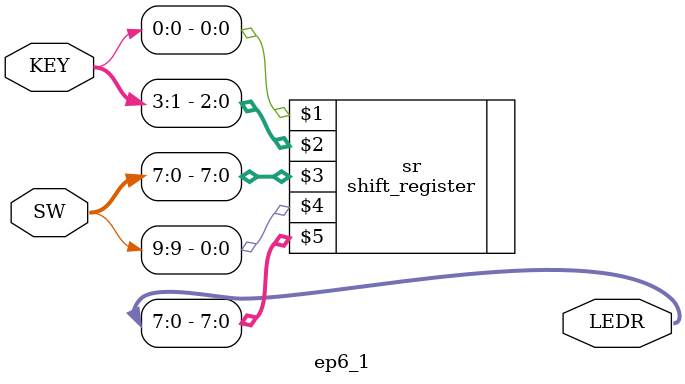
<source format=v>


module ep6_1(

	//////////// KEY //////////
	input 		     [3:0]		KEY,

	//////////// SW //////////
	input 		     [9:0]		SW,

	//////////// LED //////////
	output		     [9:0]		LEDR
);



//=======================================================
//  REG/WIRE declarations
//=======================================================

shift_register sr(KEY[0], KEY[3:1], SW[7:0], SW[9], LEDR[7:0]);


//=======================================================
//  Structural coding
//=======================================================



endmodule

</source>
